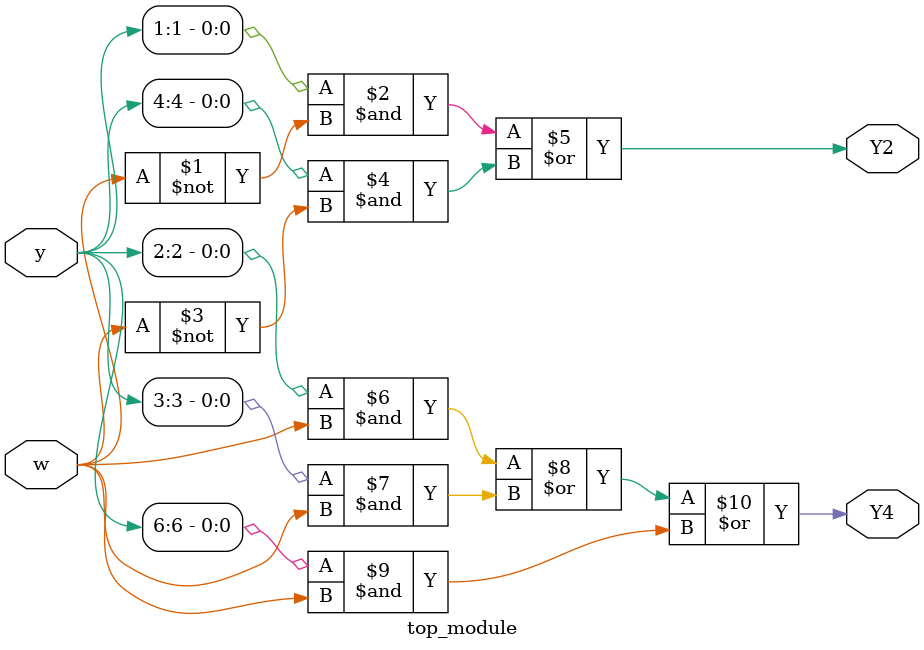
<source format=sv>
module top_module (
	input [6:1] y,
	input w,
	output Y2,
	output Y4
);

	// Next state Y2 corresponds to state B
	// Equation for Y2: Y2 = (y[1] & ~w) | (y[4] & ~w)
	assign Y2 = (y[1] & ~w) | (y[4] & ~w);

	// Next state Y4 corresponds to state D
	// Equation for Y4: Y4 = (y[2] & w) | (y[3] & w) | (y[6] & w)
	assign Y4 = (y[2] & w) | (y[3] & w) | (y[6] & w);

endmodule

</source>
